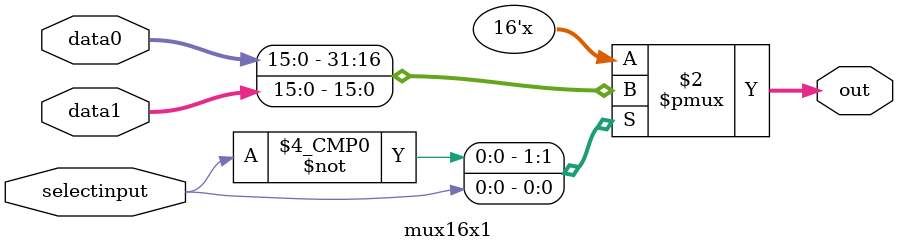
<source format=v>
module mux16x1(data0,data1,selectinput,out);
input [15:0] data0,data1;
input selectinput;
output reg [15:0] out;
always @(*)
begin
case (selectinput)
0:
	out = data0;
1:
	out = data1;
default:
	out = data0;
endcase
end
endmodule
</source>
